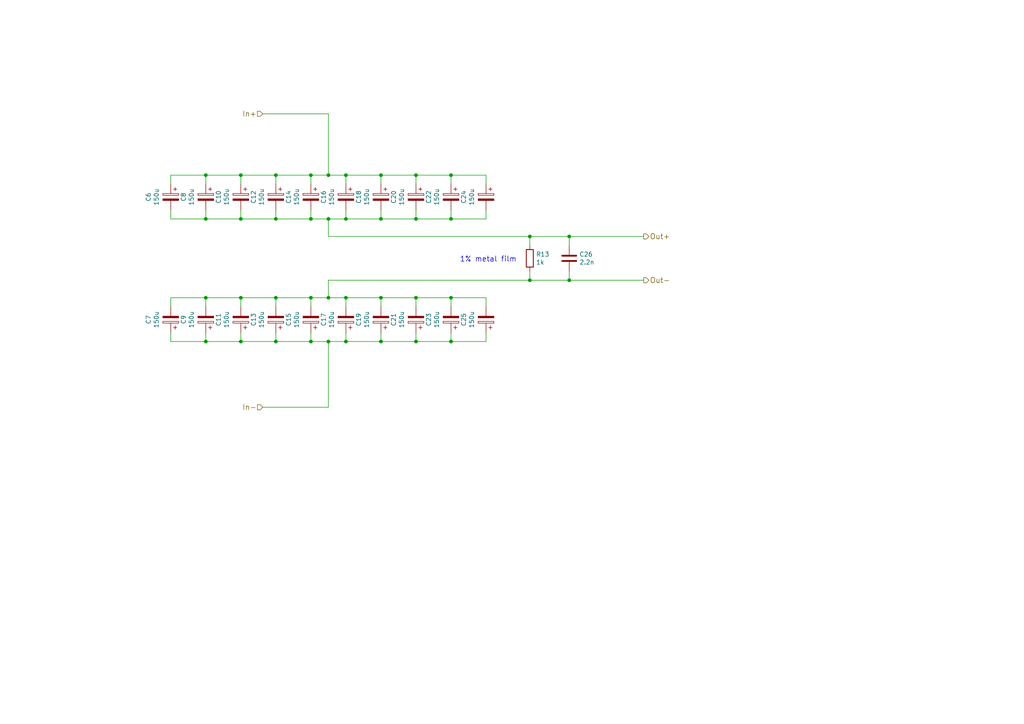
<source format=kicad_sch>
(kicad_sch (version 20230121) (generator eeschema)
  (paper "A4")
  (title_block (title "Low Noise Differential Amplifier") (date "2023-05-02") (rev "v1.1") (comment 1 "Copyright (©) 2023, Patrick Baus <patrick.baus@physik.tu-darmstadt.de>") (comment 2 "Licensed under CERN OHL v.1.2"))
  (lib_symbols
    (symbol "Device:C" (pin_numbers hide) (pin_names (offset 0.254))
      (property "Reference" "C" (at 0.635 2.54 0))
      (property "Value" "C" (at 0.635 -2.54 0))
      (symbol "C_0_1"
        (polyline (pts (xy -2.032 -0.762) (xy 2.032 -0.762)) (stroke (width 0.508)))
        (polyline (pts (xy -2.032 0.762) (xy 2.032 0.762)) (stroke (width 0.508)))
      )
      (symbol "C_1_1"
        (pin passive line (at 0 3.81 270) (length 2.794) (name "~") (number "1"))
        (pin passive line (at 0 -3.81 90) (length 2.794) (name "~") (number "2"))
      )
    )
    (symbol "Device:C_Polarized" (pin_numbers hide) (pin_names (offset 0.254))
      (property "Reference" "C" (at 0.635 2.54 0))
      (property "Value" "C_Polarized" (at 0.635 -2.54 0))
      (symbol "C_Polarized_0_1"
        (rectangle (start -2.286 0.508) (end 2.286 1.016))
        (polyline (pts (xy -1.778 2.286) (xy -0.762 2.286)))
        (polyline (pts (xy -1.27 2.794) (xy -1.27 1.778)))
        (rectangle (start 2.286 -0.508) (end -2.286 -1.016) (fill (type outline)))
      )
      (symbol "C_Polarized_1_1"
        (pin passive line (at 0 3.81 270) (length 2.794) (name "~") (number "1"))
        (pin passive line (at 0 -3.81 90) (length 2.794) (name "~") (number "2"))
      )
    )
    (symbol "Device:R" (pin_numbers hide) (pin_names (offset 0))
      (property "Reference" "R" (at 2.032 0 90))
      (property "Value" "R" (at 0 0 90))
      (symbol "R_0_1"
        (rectangle (start -1.016 -2.54) (end 1.016 2.54) (stroke (width 0.254)))
      )
      (symbol "R_1_1"
        (pin passive line (at 0 3.81 270) (length 1.27) (name "~") (number "1"))
        (pin passive line (at 0 -3.81 90) (length 1.27) (name "~") (number "2"))
      )
    )
  )
  (junction (at 120.65 63.5))
  (junction (at 120.65 99.06))
  (junction (at 90.17 50.8))
  (junction (at 69.85 63.5))
  (junction (at 59.69 86.36))
  (junction (at 95.25 50.8))
  (junction (at 95.25 99.06))
  (junction (at 165.1 81.28))
  (junction (at 153.67 68.58))
  (junction (at 69.85 86.36))
  (junction (at 130.81 63.5))
  (junction (at 110.49 99.06))
  (junction (at 80.01 99.06))
  (junction (at 100.33 63.5))
  (junction (at 100.33 86.36))
  (junction (at 153.67 81.28))
  (junction (at 100.33 99.06))
  (junction (at 59.69 50.8))
  (junction (at 165.1 68.58))
  (junction (at 95.25 63.5))
  (junction (at 59.69 99.06))
  (junction (at 80.01 63.5))
  (junction (at 130.81 50.8))
  (junction (at 120.65 86.36))
  (junction (at 90.17 63.5))
  (junction (at 130.81 99.06))
  (junction (at 69.85 99.06))
  (junction (at 110.49 63.5))
  (junction (at 95.25 86.36))
  (junction (at 69.85 50.8))
  (junction (at 59.69 63.5))
  (junction (at 90.17 99.06))
  (junction (at 80.01 86.36))
  (junction (at 120.65 50.8))
  (junction (at 130.81 86.36))
  (junction (at 110.49 86.36))
  (junction (at 80.01 50.8))
  (junction (at 100.33 50.8))
  (junction (at 110.49 50.8))
  (junction (at 90.17 86.36))
  (wire (pts (xy 130.81 86.36) (xy 130.81 88.9)))
  (wire (pts (xy 69.85 50.8) (xy 69.85 53.34)))
  (wire (pts (xy 59.69 86.36) (xy 59.69 88.9)))
  (wire (pts (xy 100.33 50.8) (xy 100.33 53.34)))
  (wire (pts (xy 120.65 99.06) (xy 130.81 99.06)))
  (wire (pts (xy 59.69 99.06) (xy 69.85 99.06)))
  (wire (pts (xy 100.33 50.8) (xy 110.49 50.8)))
  (wire (pts (xy 90.17 99.06) (xy 90.17 96.52)))
  (wire (pts (xy 140.97 86.36) (xy 140.97 88.9)))
  (wire (pts (xy 59.69 99.06) (xy 59.69 96.52)))
  (wire (pts (xy 59.69 50.8) (xy 59.69 53.34)))
  (wire (pts (xy 95.25 50.8) (xy 100.33 50.8)))
  (wire (pts (xy 69.85 63.5) (xy 80.01 63.5)))
  (wire (pts (xy 90.17 99.06) (xy 95.25 99.06)))
  (wire (pts (xy 95.25 99.06) (xy 100.33 99.06)))
  (wire (pts (xy 49.53 99.06) (xy 59.69 99.06)))
  (wire (pts (xy 59.69 50.8) (xy 69.85 50.8)))
  (wire (pts (xy 59.69 63.5) (xy 69.85 63.5)))
  (wire (pts (xy 69.85 50.8) (xy 80.01 50.8)))
  (wire (pts (xy 120.65 63.5) (xy 130.81 63.5)))
  (wire (pts (xy 49.53 50.8) (xy 59.69 50.8)))
  (wire (pts (xy 100.33 99.06) (xy 100.33 96.52)))
  (wire (pts (xy 49.53 60.96) (xy 49.53 63.5)))
  (wire (pts (xy 80.01 86.36) (xy 90.17 86.36)))
  (wire (pts (xy 165.1 68.58) (xy 165.1 71.12)))
  (wire (pts (xy 90.17 86.36) (xy 90.17 88.9)))
  (wire (pts (xy 80.01 86.36) (xy 80.01 88.9)))
  (wire (pts (xy 130.81 50.8) (xy 140.97 50.8)))
  (wire (pts (xy 95.25 86.36) (xy 100.33 86.36)))
  (wire (pts (xy 49.53 63.5) (xy 59.69 63.5)))
  (wire (pts (xy 80.01 99.06) (xy 80.01 96.52)))
  (wire (pts (xy 95.25 86.36) (xy 95.25 81.28)))
  (wire (pts (xy 120.65 86.36) (xy 120.65 88.9)))
  (wire (pts (xy 90.17 50.8) (xy 90.17 53.34)))
  (wire (pts (xy 69.85 99.06) (xy 69.85 96.52)))
  (wire (pts (xy 100.33 99.06) (xy 110.49 99.06)))
  (wire (pts (xy 110.49 86.36) (xy 110.49 88.9)))
  (wire (pts (xy 100.33 86.36) (xy 110.49 86.36)))
  (wire (pts (xy 49.53 88.9) (xy 49.53 86.36)))
  (wire (pts (xy 95.25 81.28) (xy 153.67 81.28)))
  (wire (pts (xy 140.97 50.8) (xy 140.97 53.34)))
  (wire (pts (xy 130.81 63.5) (xy 130.81 60.96)))
  (wire (pts (xy 120.65 63.5) (xy 120.65 60.96)))
  (wire (pts (xy 90.17 86.36) (xy 95.25 86.36)))
  (wire (pts (xy 69.85 86.36) (xy 69.85 88.9)))
  (wire (pts (xy 90.17 50.8) (xy 95.25 50.8)))
  (wire (pts (xy 80.01 63.5) (xy 80.01 60.96)))
  (wire (pts (xy 76.2 118.11) (xy 95.25 118.11)))
  (wire (pts (xy 95.25 118.11) (xy 95.25 99.06)))
  (wire (pts (xy 130.81 63.5) (xy 140.97 63.5)))
  (wire (pts (xy 110.49 99.06) (xy 120.65 99.06)))
  (wire (pts (xy 165.1 81.28) (xy 186.69 81.28)))
  (wire (pts (xy 130.81 50.8) (xy 130.81 53.34)))
  (wire (pts (xy 165.1 68.58) (xy 186.69 68.58)))
  (wire (pts (xy 90.17 63.5) (xy 90.17 60.96)))
  (wire (pts (xy 69.85 63.5) (xy 69.85 60.96)))
  (wire (pts (xy 95.25 63.5) (xy 100.33 63.5)))
  (wire (pts (xy 69.85 99.06) (xy 80.01 99.06)))
  (wire (pts (xy 110.49 63.5) (xy 110.49 60.96)))
  (wire (pts (xy 80.01 63.5) (xy 90.17 63.5)))
  (wire (pts (xy 130.81 86.36) (xy 140.97 86.36)))
  (wire (pts (xy 80.01 50.8) (xy 90.17 50.8)))
  (wire (pts (xy 153.67 68.58) (xy 153.67 71.12)))
  (wire (pts (xy 69.85 86.36) (xy 80.01 86.36)))
  (wire (pts (xy 120.65 86.36) (xy 130.81 86.36)))
  (wire (pts (xy 59.69 86.36) (xy 69.85 86.36)))
  (wire (pts (xy 120.65 50.8) (xy 120.65 53.34)))
  (wire (pts (xy 153.67 81.28) (xy 165.1 81.28)))
  (wire (pts (xy 49.53 86.36) (xy 59.69 86.36)))
  (wire (pts (xy 80.01 50.8) (xy 80.01 53.34)))
  (wire (pts (xy 110.49 50.8) (xy 120.65 50.8)))
  (wire (pts (xy 76.2 33.02) (xy 95.25 33.02)))
  (wire (pts (xy 120.65 50.8) (xy 130.81 50.8)))
  (wire (pts (xy 153.67 81.28) (xy 153.67 78.74)))
  (wire (pts (xy 95.25 33.02) (xy 95.25 50.8)))
  (wire (pts (xy 95.25 68.58) (xy 153.67 68.58)))
  (wire (pts (xy 80.01 99.06) (xy 90.17 99.06)))
  (wire (pts (xy 110.49 63.5) (xy 120.65 63.5)))
  (wire (pts (xy 95.25 63.5) (xy 95.25 68.58)))
  (wire (pts (xy 120.65 99.06) (xy 120.65 96.52)))
  (wire (pts (xy 153.67 68.58) (xy 165.1 68.58)))
  (wire (pts (xy 100.33 63.5) (xy 100.33 60.96)))
  (wire (pts (xy 165.1 81.28) (xy 165.1 78.74)))
  (wire (pts (xy 140.97 99.06) (xy 140.97 96.52)))
  (wire (pts (xy 110.49 86.36) (xy 120.65 86.36)))
  (wire (pts (xy 140.97 63.5) (xy 140.97 60.96)))
  (wire (pts (xy 49.53 96.52) (xy 49.53 99.06)))
  (wire (pts (xy 100.33 86.36) (xy 100.33 88.9)))
  (wire (pts (xy 100.33 63.5) (xy 110.49 63.5)))
  (wire (pts (xy 130.81 99.06) (xy 140.97 99.06)))
  (wire (pts (xy 110.49 50.8) (xy 110.49 53.34)))
  (wire (pts (xy 130.81 99.06) (xy 130.81 96.52)))
  (wire (pts (xy 59.69 63.5) (xy 59.69 60.96)))
  (wire (pts (xy 49.53 53.34) (xy 49.53 50.8)))
  (wire (pts (xy 110.49 99.06) (xy 110.49 96.52)))
  (wire (pts (xy 90.17 63.5) (xy 95.25 63.5)))
  (text "1% metal film" (at 133.35 76.2 0) (effects (font (size 1.524 1.524)) (justify left bottom)))
  (hierarchical_label "In+" (shape input) (at 76.2 33.02 180) (effects (font (size 1.524 1.524))))
  (hierarchical_label "Out-" (shape output) (at 186.69 81.28 0) (effects (font (size 1.524 1.524))))
  (hierarchical_label "Out+" (shape output) (at 186.69 68.58 0) (effects (font (size 1.524 1.524))))
  (hierarchical_label "In-" (shape input) (at 76.2 118.11 180) (effects (font (size 1.524 1.524))))
  (symbol (lib_id "Device:C_Polarized") (at 49.53 57.15 0) (mirror y) (unit 1)
    (property "Reference" "C6" (at 43.053 57.15 90))
    (property "Value" "150u" (at 45.3644 57.15 90))
    (property "Footprint" "Capacitor_Tantalum_SMD:CP_EIA-7343-43_Kemet-X" (effects hide))
    (property "MFN" "Kemet" (effects hide))
    (property "PN" "T491X157K020AT" (effects hide))
  )
  (symbol (lib_id "Device:C_Polarized") (at 59.69 57.15 0) (mirror y) (unit 1)
    (property "Reference" "C8" (at 53.213 57.15 90))
    (property "Value" "150u" (at 55.5244 57.15 90))
    (property "Footprint" "Capacitor_Tantalum_SMD:CP_EIA-7343-43_Kemet-X" (effects hide))
    (property "MFN" "Kemet" (effects hide))
    (property "PN" "T491X157K020AT" (effects hide))
  )
  (symbol (lib_id "Device:C_Polarized") (at 69.85 57.15 0) (mirror y) (unit 1)
    (property "Reference" "C10" (at 63.373 57.15 90))
    (property "Value" "150u" (at 65.6844 57.15 90))
    (property "Footprint" "Capacitor_Tantalum_SMD:CP_EIA-7343-43_Kemet-X" (effects hide))
    (property "MFN" "Kemet" (effects hide))
    (property "PN" "T491X157K020AT" (effects hide))
  )
  (symbol (lib_id "Device:C_Polarized") (at 80.01 57.15 0) (mirror y) (unit 1)
    (property "Reference" "C12" (at 73.533 57.15 90))
    (property "Value" "150u" (at 75.8444 57.15 90))
    (property "Footprint" "Capacitor_Tantalum_SMD:CP_EIA-7343-43_Kemet-X" (effects hide))
    (property "MFN" "Kemet" (effects hide))
    (property "PN" "T491X157K020AT" (effects hide))
  )
  (symbol (lib_id "Device:C_Polarized") (at 90.17 57.15 0) (mirror y) (unit 1)
    (property "Reference" "C14" (at 83.693 57.15 90))
    (property "Value" "150u" (at 86.0044 57.15 90))
    (property "Footprint" "Capacitor_Tantalum_SMD:CP_EIA-7343-43_Kemet-X" (effects hide))
    (property "MFN" "Kemet" (effects hide))
    (property "PN" "T491X157K020AT" (effects hide))
  )
  (symbol (lib_id "Device:C_Polarized") (at 100.33 57.15 0) (mirror y) (unit 1)
    (property "Reference" "C16" (at 93.853 57.15 90))
    (property "Value" "150u" (at 96.1644 57.15 90))
    (property "Footprint" "Capacitor_Tantalum_SMD:CP_EIA-7343-43_Kemet-X" (effects hide))
    (property "MFN" "Kemet" (effects hide))
    (property "PN" "T491X157K020AT" (effects hide))
  )
  (symbol (lib_id "Device:C_Polarized") (at 110.49 57.15 0) (mirror y) (unit 1)
    (property "Reference" "C18" (at 104.013 57.15 90))
    (property "Value" "150u" (at 106.3244 57.15 90))
    (property "Footprint" "Capacitor_Tantalum_SMD:CP_EIA-7343-43_Kemet-X" (effects hide))
    (property "MFN" "Kemet" (effects hide))
    (property "PN" "T491X157K020AT" (effects hide))
  )
  (symbol (lib_id "Device:C_Polarized") (at 120.65 57.15 0) (mirror y) (unit 1)
    (property "Reference" "C20" (at 114.173 57.15 90))
    (property "Value" "150u" (at 116.4844 57.15 90))
    (property "Footprint" "Capacitor_Tantalum_SMD:CP_EIA-7343-43_Kemet-X" (effects hide))
    (property "MFN" "Kemet" (effects hide))
    (property "PN" "T491X157K020AT" (effects hide))
  )
  (symbol (lib_id "Device:C_Polarized") (at 130.81 57.15 0) (mirror y) (unit 1)
    (property "Reference" "C22" (at 124.333 57.15 90))
    (property "Value" "150u" (at 126.6444 57.15 90))
    (property "Footprint" "Capacitor_Tantalum_SMD:CP_EIA-7343-43_Kemet-X" (effects hide))
    (property "MFN" "Kemet" (effects hide))
    (property "PN" "T491X157K020AT" (effects hide))
  )
  (symbol (lib_id "Device:C_Polarized") (at 140.97 57.15 0) (mirror y) (unit 1)
    (property "Reference" "C24" (at 134.493 57.15 90))
    (property "Value" "150u" (at 136.8044 57.15 90))
    (property "Footprint" "Capacitor_Tantalum_SMD:CP_EIA-7343-43_Kemet-X" (effects hide))
    (property "MFN" "Kemet" (effects hide))
    (property "PN" "T491X157K020AT" (effects hide))
  )
  (symbol (lib_id "Device:C_Polarized") (at 49.53 92.71 180) (unit 1)
    (property "Reference" "C7" (at 43.053 92.71 90))
    (property "Value" "150u" (at 45.3644 92.71 90))
    (property "Footprint" "Capacitor_Tantalum_SMD:CP_EIA-7343-43_Kemet-X" (effects hide))
    (property "MFN" "Kemet" (effects hide))
    (property "PN" "T491X157K020AT" (effects hide))
  )
  (symbol (lib_id "Device:C_Polarized") (at 59.69 92.71 180) (unit 1)
    (property "Reference" "C9" (at 53.213 92.71 90))
    (property "Value" "150u" (at 55.5244 92.71 90))
    (property "Footprint" "Capacitor_Tantalum_SMD:CP_EIA-7343-43_Kemet-X" (effects hide))
    (property "MFN" "Kemet" (effects hide))
    (property "PN" "T491X157K020AT" (effects hide))
  )
  (symbol (lib_id "Device:C_Polarized") (at 69.85 92.71 180) (unit 1)
    (property "Reference" "C11" (at 63.373 92.71 90))
    (property "Value" "150u" (at 65.6844 92.71 90))
    (property "Footprint" "Capacitor_Tantalum_SMD:CP_EIA-7343-43_Kemet-X" (effects hide))
    (property "MFN" "Kemet" (effects hide))
    (property "PN" "T491X157K020AT" (effects hide))
  )
  (symbol (lib_id "Device:C_Polarized") (at 80.01 92.71 180) (unit 1)
    (property "Reference" "C13" (at 73.533 92.71 90))
    (property "Value" "150u" (at 75.8444 92.71 90))
    (property "Footprint" "Capacitor_Tantalum_SMD:CP_EIA-7343-43_Kemet-X" (effects hide))
    (property "MFN" "Kemet" (effects hide))
    (property "PN" "T491X157K020AT" (effects hide))
  )
  (symbol (lib_id "Device:C_Polarized") (at 90.17 92.71 180) (unit 1)
    (property "Reference" "C15" (at 83.693 92.71 90))
    (property "Value" "150u" (at 86.0044 92.71 90))
    (property "Footprint" "Capacitor_Tantalum_SMD:CP_EIA-7343-43_Kemet-X" (effects hide))
    (property "MFN" "Kemet" (effects hide))
    (property "PN" "T491X157K020AT" (effects hide))
  )
  (symbol (lib_id "Device:C_Polarized") (at 100.33 92.71 180) (unit 1)
    (property "Reference" "C17" (at 93.853 92.71 90))
    (property "Value" "150u" (at 96.1644 92.71 90))
    (property "Footprint" "Capacitor_Tantalum_SMD:CP_EIA-7343-43_Kemet-X" (effects hide))
    (property "MFN" "Kemet" (effects hide))
    (property "PN" "T491X157K020AT" (effects hide))
  )
  (symbol (lib_id "Device:C_Polarized") (at 110.49 92.71 180) (unit 1)
    (property "Reference" "C19" (at 104.013 92.71 90))
    (property "Value" "150u" (at 106.3244 92.71 90))
    (property "Footprint" "Capacitor_Tantalum_SMD:CP_EIA-7343-43_Kemet-X" (effects hide))
    (property "MFN" "Kemet" (effects hide))
    (property "PN" "T491X157K020AT" (effects hide))
  )
  (symbol (lib_id "Device:C_Polarized") (at 120.65 92.71 180) (unit 1)
    (property "Reference" "C21" (at 114.173 92.71 90))
    (property "Value" "150u" (at 116.4844 92.71 90))
    (property "Footprint" "Capacitor_Tantalum_SMD:CP_EIA-7343-43_Kemet-X" (effects hide))
    (property "MFN" "Kemet" (effects hide))
    (property "PN" "T491X157K020AT" (effects hide))
  )
  (symbol (lib_id "Device:C_Polarized") (at 130.81 92.71 180) (unit 1)
    (property "Reference" "C23" (at 124.333 92.71 90))
    (property "Value" "150u" (at 126.6444 92.71 90))
    (property "Footprint" "Capacitor_Tantalum_SMD:CP_EIA-7343-43_Kemet-X" (effects hide))
    (property "MFN" "Kemet" (effects hide))
    (property "PN" "T491X157K020AT" (effects hide))
  )
  (symbol (lib_id "Device:C_Polarized") (at 140.97 92.71 180) (unit 1)
    (property "Reference" "C25" (at 134.493 92.71 90))
    (property "Value" "150u" (at 136.8044 92.71 90))
    (property "Footprint" "Capacitor_Tantalum_SMD:CP_EIA-7343-43_Kemet-X" (effects hide))
    (property "MFN" "Kemet" (effects hide))
    (property "PN" "T491X157K020AT" (effects hide))
  )
  (symbol (lib_id "Device:R") (at 153.67 74.93 0) (unit 1)
    (property "Reference" "R13" (at 155.448 73.7616 0) (effects (justify left)))
    (property "Value" "1k" (at 155.448 76.073 0) (effects (justify left)))
    (property "Footprint" "Resistor_THT:R_Axial_DIN0207_L6.3mm_D2.5mm_P10.16mm_Horizontal" (effects hide))
    (property "MFN" "Welwyn" (effects hide))
    (property "Note" "Chosen for low current noise (see paper)" (effects hide))
    (property "PN" "RC55Y-1K0BI" (effects hide))
  )
  (symbol (lib_id "Device:C") (at 165.1 74.93 0) (unit 1)
    (property "Reference" "C26" (at 168.021 73.7616 0) (effects (justify left)))
    (property "Value" "2.2n" (at 168.021 76.073 0) (effects (justify left)))
    (property "Footprint" "Capacitor_THT:C_Rect_L7.2mm_W4.5mm_P5.00mm_FKS2_FKP2_MKS2_MKP2" (effects hide))
    (property "MFN" "WIMA" (effects hide))
    (property "PN" "FKP2D012201D00JSSD" (effects hide))
  )
)
</source>
